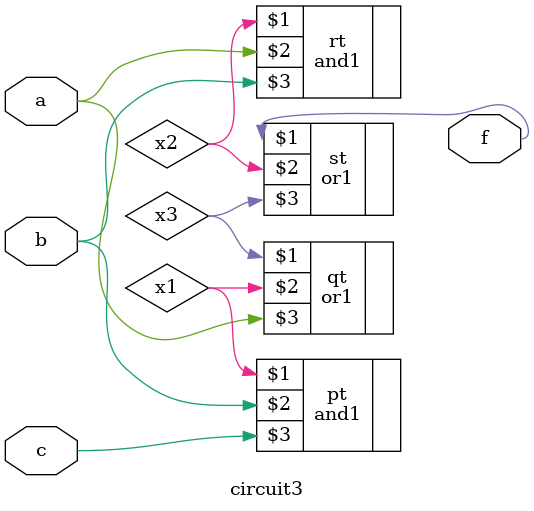
<source format=v>
module circuit3(a,b,c,f);
    input a,b,c;
    output f;
    wire x1,x2,x3;
    and1 pt(x1,b,c);
    and1 rt(x2,a,b);
    or1 qt(x3,x1,a);
    or1 st(f,x2,x3);
endmodule
</source>
